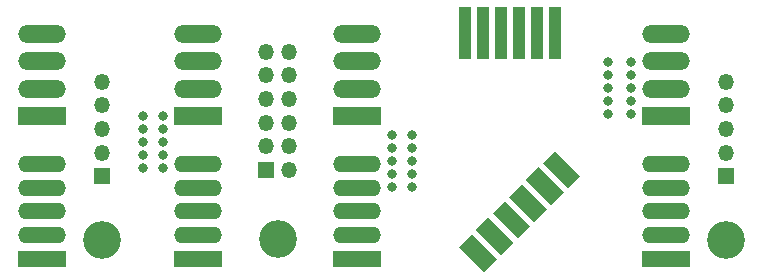
<source format=gbs>
G04 #@! TF.GenerationSoftware,KiCad,Pcbnew,5.1.12-84ad8e8a86~92~ubuntu16.04.1*
G04 #@! TF.CreationDate,2022-11-17T23:37:42+01:00*
G04 #@! TF.ProjectId,Subboards,53756262-6f61-4726-9473-2e6b69636164,rev?*
G04 #@! TF.SameCoordinates,Original*
G04 #@! TF.FileFunction,Soldermask,Bot*
G04 #@! TF.FilePolarity,Negative*
%FSLAX46Y46*%
G04 Gerber Fmt 4.6, Leading zero omitted, Abs format (unit mm)*
G04 Created by KiCad (PCBNEW 5.1.12-84ad8e8a86~92~ubuntu16.04.1) date 2022-11-17 23:37:42*
%MOMM*%
%LPD*%
G01*
G04 APERTURE LIST*
%ADD10C,0.100000*%
%ADD11O,4.050000X1.500000*%
%ADD12R,4.050000X1.500000*%
%ADD13O,4.050000X1.400000*%
%ADD14R,4.050000X1.400000*%
%ADD15R,1.350000X1.350000*%
%ADD16O,1.350000X1.350000*%
%ADD17R,1.070000X4.413000*%
%ADD18C,3.200000*%
%ADD19C,0.800000*%
G04 APERTURE END LIST*
D10*
G36*
X137128398Y-71664802D02*
G01*
X136067738Y-72725462D01*
X133946418Y-70604142D01*
X135007078Y-69543482D01*
X137128398Y-71664802D01*
G37*
G36*
X135714184Y-73079016D02*
G01*
X134653524Y-74139676D01*
X132532204Y-72018356D01*
X133592864Y-70957696D01*
X135714184Y-73079016D01*
G37*
G36*
X134299971Y-74493229D02*
G01*
X133239311Y-75553889D01*
X131117991Y-73432569D01*
X132178651Y-72371909D01*
X134299971Y-74493229D01*
G37*
G36*
X132885757Y-75907443D02*
G01*
X131825097Y-76968103D01*
X129703777Y-74846783D01*
X130764437Y-73786123D01*
X132885757Y-75907443D01*
G37*
G36*
X131471543Y-77321656D02*
G01*
X130410883Y-78382316D01*
X128289563Y-76260996D01*
X129350223Y-75200336D01*
X131471543Y-77321656D01*
G37*
G36*
X130057330Y-78735870D02*
G01*
X128996670Y-79796530D01*
X126875350Y-77675210D01*
X127936010Y-76614550D01*
X130057330Y-78735870D01*
G37*
D11*
X91567000Y-59639200D03*
X91567000Y-61969200D03*
X91567000Y-64309200D03*
D12*
X91567000Y-66639200D03*
D11*
X104775000Y-59639200D03*
X104775000Y-61969200D03*
X104775000Y-64309200D03*
D12*
X104775000Y-66639200D03*
D11*
X144399000Y-59639200D03*
X144399000Y-61969200D03*
X144399000Y-64309200D03*
D12*
X144399000Y-66639200D03*
D11*
X118237000Y-59639200D03*
X118237000Y-61969200D03*
X118237000Y-64309200D03*
D12*
X118237000Y-66639200D03*
D13*
X118237000Y-70689200D03*
X118237000Y-72689200D03*
X118237000Y-74689200D03*
X118237000Y-76689200D03*
D14*
X118237000Y-78689200D03*
D13*
X104775000Y-72689200D03*
X104775000Y-76689200D03*
X104775000Y-74689200D03*
D14*
X104775000Y-78689200D03*
D13*
X104775000Y-70689200D03*
D15*
X110506000Y-71163200D03*
D16*
X112506000Y-71163200D03*
X110506000Y-69163200D03*
X112506000Y-69163200D03*
X110506000Y-67163200D03*
X112506000Y-67163200D03*
X110506000Y-65163200D03*
X112506000Y-65163200D03*
X110506000Y-63163200D03*
X112506000Y-63163200D03*
X110506000Y-61163200D03*
X112506000Y-61163200D03*
D13*
X91567000Y-72689200D03*
X91567000Y-76689200D03*
X91567000Y-74689200D03*
D14*
X91567000Y-78689200D03*
D13*
X91567000Y-70689200D03*
D15*
X149479000Y-71703200D03*
D16*
X149479000Y-69703200D03*
X149479000Y-67703200D03*
X149479000Y-65703200D03*
X149479000Y-63703200D03*
D17*
X135001000Y-59559700D03*
X133477000Y-59559700D03*
X131953000Y-59559700D03*
X130429000Y-59559700D03*
X128905000Y-59559700D03*
X127381000Y-59559700D03*
D18*
X96647000Y-77083200D03*
X111506000Y-77038200D03*
D13*
X144399000Y-72689200D03*
X144399000Y-76689200D03*
X144399000Y-74689200D03*
D14*
X144399000Y-78689200D03*
D13*
X144399000Y-70689200D03*
D18*
X149479000Y-77083200D03*
D15*
X96647000Y-71703200D03*
D16*
X96647000Y-69703200D03*
X96647000Y-67703200D03*
X96647000Y-65703200D03*
X96647000Y-63703200D03*
D19*
X101835000Y-68834000D03*
X101835000Y-69934000D03*
X101835000Y-71034000D03*
X101835000Y-67734000D03*
X101835000Y-66634000D03*
X100095000Y-67734000D03*
X100095000Y-71034000D03*
X100095000Y-69934000D03*
X100095000Y-66634000D03*
X100095000Y-68834000D03*
X121177000Y-70429200D03*
X121177000Y-68229200D03*
X121177000Y-71529200D03*
X121177000Y-72629200D03*
X121177000Y-69329200D03*
X122917000Y-68229200D03*
X122917000Y-69329200D03*
X122917000Y-72629200D03*
X122917000Y-71529200D03*
X122917000Y-70429200D03*
X139465000Y-64209200D03*
X139465000Y-62009200D03*
X139465000Y-65309200D03*
X139465000Y-66409200D03*
X139465000Y-63109200D03*
X141459000Y-62009200D03*
X141459000Y-63109200D03*
X141459000Y-66409200D03*
X141459000Y-65309200D03*
X141459000Y-64209200D03*
M02*

</source>
